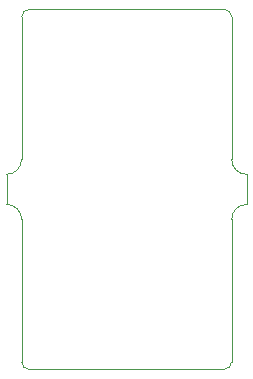
<source format=gbr>
%TF.GenerationSoftware,KiCad,Pcbnew,5.1.4-e60b266~84~ubuntu19.04.1*%
%TF.CreationDate,2020-03-17T20:59:11+00:00*%
%TF.ProjectId,ProMicro_GPS,50726f4d-6963-4726-9f5f-4750532e6b69,v2.3*%
%TF.SameCoordinates,Original*%
%TF.FileFunction,Profile,NP*%
%FSLAX45Y45*%
G04 Gerber Fmt 4.5, Leading zero omitted, Abs format (unit mm)*
G04 Created by KiCad (PCBNEW 5.1.4-e60b266~84~ubuntu19.04.1) date 2020-03-17 20:59:11*
%MOMM*%
%LPD*%
G04 APERTURE LIST*
%ADD10C,0.100000*%
G04 APERTURE END LIST*
D10*
X14097000Y-9652000D02*
X14097000Y-9906000D01*
X13970000Y-10033000D02*
G75*
G02X14097000Y-9906000I127000J0D01*
G01*
X13970000Y-10033000D02*
X13970000Y-11239500D01*
X14097000Y-9652000D02*
G75*
G02X13970000Y-9525000I0J127000D01*
G01*
X13970000Y-8318500D02*
X13970000Y-9525000D01*
X12065000Y-9906000D02*
X12065000Y-9652000D01*
X12065000Y-9906000D02*
G75*
G02X12192000Y-10033000I0J-127000D01*
G01*
X12192000Y-11239500D02*
X12192000Y-10033000D01*
X12192000Y-9525000D02*
G75*
G02X12065000Y-9652000I-127000J0D01*
G01*
X12255500Y-11303000D02*
G75*
G02X12192000Y-11239500I0J63500D01*
G01*
X12192000Y-8318500D02*
G75*
G02X12255500Y-8255000I63500J0D01*
G01*
X13906500Y-8255000D02*
G75*
G02X13970000Y-8318500I0J-63500D01*
G01*
X13970000Y-11239500D02*
G75*
G02X13906500Y-11303000I-63500J0D01*
G01*
X12255500Y-8255000D02*
X13906500Y-8255000D01*
X12192000Y-9525000D02*
X12192000Y-8318500D01*
X13906500Y-11303000D02*
X12255500Y-11303000D01*
M02*

</source>
